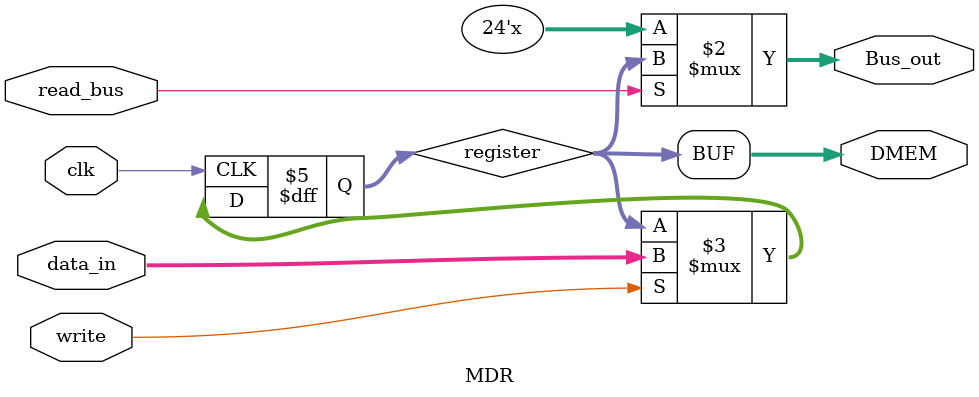
<source format=v>

module MDR (input clk, write, read_bus,
            input [23:0] data_in,
            output [23:0] Bus_out,
            output [23:0] DMEM 
);
    reg [23:0] register ;

    assign DMEM = register;

    always @(posedge clk ) begin
        if (write) begin
            register <= data_in;
        end    
        
    end
    assign Bus_out = read_bus ? register : 24'dz;

endmodule //MDR
</source>
